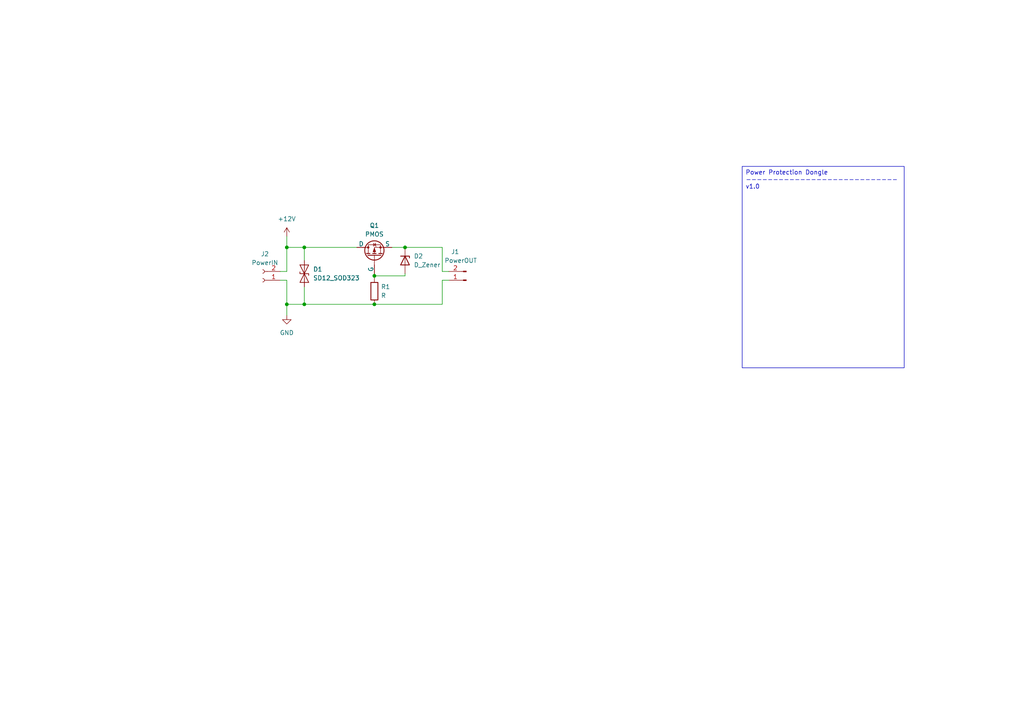
<source format=kicad_sch>
(kicad_sch (version 20230121) (generator eeschema)
  (paper "A4")
  (lib_symbols
    (symbol "Connector:Conn_01x02_Pin" (pin_names (offset 1.016) hide)
      (property "Reference" "J" (at 0 2.54 0))
      (property "Value" "Conn_01x02_Pin" (at 0 -5.08 0))
      (symbol "Conn_01x02_Pin_1_1"
        (polyline (pts (xy 1.27 -2.54) (xy 0.8636 -2.54)) (stroke (width 0.1524)))
        (polyline (pts (xy 1.27 0) (xy 0.8636 0)) (stroke (width 0.1524)))
        (rectangle (start 0.8636 -2.413) (end 0 -2.667) (stroke (width 0.1524)) (fill (type outline)))
        (rectangle (start 0.8636 0.127) (end 0 -0.127) (stroke (width 0.1524)) (fill (type outline)))
        (pin passive line (at 5.08 0 180) (length 3.81) (name "Pin_1") (number "1"))
        (pin passive line (at 5.08 -2.54 180) (length 3.81) (name "Pin_2") (number "2"))
      )
    )
    (symbol "Connector:Conn_01x02_Socket" (pin_names (offset 1.016) hide)
      (property "Reference" "J" (at 0 2.54 0))
      (property "Value" "Conn_01x02_Socket" (at 0 -5.08 0))
      (symbol "Conn_01x02_Socket_1_1"
        (arc (start 0 -2.032) (mid -0.5058 -2.54) (end 0 -3.048) (stroke (width 0.1524)))
        (polyline (pts (xy -1.27 -2.54) (xy -0.508 -2.54)) (stroke (width 0.1524)))
        (polyline (pts (xy -1.27 0) (xy -0.508 0)) (stroke (width 0.1524)))
        (arc (start 0 0.508) (mid -0.5058 0) (end 0 -0.508) (stroke (width 0.1524)))
        (pin passive line (at -5.08 0 0) (length 3.81) (name "Pin_1") (number "1"))
        (pin passive line (at -5.08 -2.54 0) (length 3.81) (name "Pin_2") (number "2"))
      )
    )
    (symbol "Device:D_Zener" (pin_numbers hide) (pin_names (offset 1.016) hide)
      (property "Reference" "D" (at 0 2.54 0))
      (property "Value" "D_Zener" (at 0 -2.54 0))
      (symbol "D_Zener_0_1"
        (polyline (pts (xy 1.27 0) (xy -1.27 0)))
        (polyline (pts (xy -1.27 -1.27) (xy -1.27 1.27) (xy -0.762 1.27)) (stroke (width 0.254)))
        (polyline (pts (xy 1.27 -1.27) (xy 1.27 1.27) (xy -1.27 0) (xy 1.27 -1.27)) (stroke (width 0.254)))
      )
      (symbol "D_Zener_1_1"
        (pin passive line (at -3.81 0 0) (length 2.54) (name "K") (number "1"))
        (pin passive line (at 3.81 0 180) (length 2.54) (name "A") (number "2"))
      )
    )
    (symbol "Device:R" (pin_numbers hide) (pin_names (offset 0))
      (property "Reference" "R" (at 2.032 0 90))
      (property "Value" "R" (at 0 0 90))
      (symbol "R_0_1"
        (rectangle (start -1.016 -2.54) (end 1.016 2.54) (stroke (width 0.254)))
      )
      (symbol "R_1_1"
        (pin passive line (at 0 3.81 270) (length 1.27) (name "~") (number "1"))
        (pin passive line (at 0 -3.81 90) (length 1.27) (name "~") (number "2"))
      )
    )
    (symbol "Diode:SD12_SOD323" (pin_numbers hide) (pin_names (offset 1.016) hide)
      (property "Reference" "D" (at 0 2.54 0))
      (property "Value" "SD12_SOD323" (at 0 -2.54 0))
      (symbol "SD12_SOD323_0_1"
        (polyline (pts (xy 1.27 0) (xy -1.27 0)))
        (polyline (pts (xy -2.54 -1.27) (xy 0 0) (xy -2.54 1.27) (xy -2.54 -1.27)) (stroke (width 0.2032)))
        (polyline (pts (xy 0.508 1.27) (xy 0 1.27) (xy 0 -1.27) (xy -0.508 -1.27)) (stroke (width 0.2032)))
        (polyline (pts (xy 2.54 1.27) (xy 2.54 -1.27) (xy 0 0) (xy 2.54 1.27)) (stroke (width 0.2032)))
      )
      (symbol "SD12_SOD323_1_1"
        (pin passive line (at -3.81 0 0) (length 2.54) (name "A1") (number "1"))
        (pin passive line (at 3.81 0 180) (length 2.54) (name "A2") (number "2"))
      )
    )
    (symbol "Simulation_SPICE:PMOS" (pin_numbers hide) (pin_names (offset 0))
      (property "Reference" "Q" (at 5.08 1.27 0))
      (property "Value" "PMOS" (at 5.08 -1.27 0))
      (symbol "PMOS_0_1"
        (polyline (pts (xy 0.254 0) (xy -2.54 0)))
        (polyline (pts (xy 0.254 1.905) (xy 0.254 -1.905)) (stroke (width 0.254)))
        (polyline (pts (xy 0.762 -1.27) (xy 0.762 -2.286)) (stroke (width 0.254)))
        (polyline (pts (xy 0.762 0.508) (xy 0.762 -0.508)) (stroke (width 0.254)))
        (polyline (pts (xy 0.762 2.286) (xy 0.762 1.27)) (stroke (width 0.254)))
        (polyline (pts (xy 2.54 2.54) (xy 2.54 1.778)))
        (polyline (pts (xy 2.54 -2.54) (xy 2.54 0) (xy 0.762 0)))
        (polyline (pts (xy 0.762 1.778) (xy 3.302 1.778) (xy 3.302 -1.778) (xy 0.762 -1.778)))
        (polyline (pts (xy 2.286 0) (xy 1.27 0.381) (xy 1.27 -0.381) (xy 2.286 0)) (fill (type outline)))
        (polyline (pts (xy 2.794 -0.508) (xy 2.921 -0.381) (xy 3.683 -0.381) (xy 3.81 -0.254)))
        (polyline (pts (xy 3.302 -0.381) (xy 2.921 0.254) (xy 3.683 0.254) (xy 3.302 -0.381)))
        (circle (center 1.651 0) (radius 2.794) (stroke (width 0.254)))
        (circle (center 2.54 -1.778) (radius 0.254) (fill (type outline)))
        (circle (center 2.54 1.778) (radius 0.254) (fill (type outline)))
      )
      (symbol "PMOS_1_1"
        (pin passive line (at 2.54 5.08 270) (length 2.54) (name "D") (number "1"))
        (pin input line (at -5.08 0 0) (length 2.54) (name "G") (number "2"))
        (pin passive line (at 2.54 -5.08 90) (length 2.54) (name "S") (number "3"))
      )
    )
    (symbol "power:+12V" (power) (pin_names (offset 0))
      (property "Value" "+12V" (at 0 3.556 0))
      (symbol "+12V_0_1"
        (polyline (pts (xy -0.762 1.27) (xy 0 2.54)))
        (polyline (pts (xy 0 0) (xy 0 2.54)))
        (polyline (pts (xy 0 2.54) (xy 0.762 1.27)))
      )
      (symbol "+12V_1_1"
        (pin power_in line (at 0 0 90) (length 0) hide (name "+12V") (number "1"))
      )
    )
    (symbol "power:GND" (power) (pin_names (offset 0))
      (property "Value" "GND" (at 0 -3.81 0))
      (symbol "GND_0_1"
        (polyline (pts (xy 0 0) (xy 0 -1.27) (xy 1.27 -1.27) (xy 0 -2.54) (xy -1.27 -1.27) (xy 0 -1.27)))
      )
      (symbol "GND_1_1"
        (pin power_in line (at 0 0 270) (length 0) hide (name "GND") (number "1"))
      )
    )
  )
  (junction (at 108.585 88.265))
  (junction (at 83.185 71.755))
  (junction (at 88.265 88.265))
  (junction (at 88.265 71.755))
  (junction (at 108.585 80.01))
  (junction (at 117.475 71.755))
  (junction (at 83.185 88.265))
  (wire (pts (xy 83.185 81.28) (xy 83.185 88.265)))
  (wire (pts (xy 83.185 71.755) (xy 88.265 71.755)))
  (wire (pts (xy 83.185 68.58) (xy 83.185 71.755)))
  (wire (pts (xy 88.265 83.185) (xy 88.265 88.265)))
  (wire (pts (xy 108.585 80.01) (xy 108.585 79.375)))
  (wire (pts (xy 130.175 81.28) (xy 128.27 81.28)))
  (wire (pts (xy 117.475 71.755) (xy 128.27 71.755)))
  (wire (pts (xy 83.185 78.74) (xy 83.185 71.755)))
  (wire (pts (xy 88.265 88.265) (xy 108.585 88.265)))
  (wire (pts (xy 81.28 81.28) (xy 83.185 81.28)))
  (wire (pts (xy 128.27 81.28) (xy 128.27 88.265)))
  (wire (pts (xy 113.665 71.755) (xy 117.475 71.755)))
  (wire (pts (xy 128.27 78.74) (xy 130.175 78.74)))
  (wire (pts (xy 108.585 80.645) (xy 108.585 80.01)))
  (wire (pts (xy 83.185 88.265) (xy 88.265 88.265)))
  (wire (pts (xy 83.185 88.265) (xy 83.185 91.44)))
  (wire (pts (xy 117.475 80.01) (xy 117.475 79.375)))
  (wire (pts (xy 108.585 88.265) (xy 128.27 88.265)))
  (wire (pts (xy 81.28 78.74) (xy 83.185 78.74)))
  (wire (pts (xy 88.265 71.755) (xy 103.505 71.755)))
  (wire (pts (xy 88.265 75.565) (xy 88.265 71.755)))
  (wire (pts (xy 128.27 71.755) (xy 128.27 78.74)))
  (wire (pts (xy 108.585 80.01) (xy 117.475 80.01)))
  (text_box "Power Protection Dongle\n----------------------------\nv1.0\n" (at 215.265 48.26 0) (size 46.99 58.42) (effects (font (size 1.27 1.27)) (justify left top)))
  (symbol (lib_id "Simulation_SPICE:PMOS") (at 108.585 74.295 90) (unit 1)
    (property "Reference" "Q1" (at 108.585 65.405 90))
    (property "Value" "PMOS" (at 108.585 67.945 90))
    (property "Datasheet" "https://ngspice.sourceforge.io/docs/ngspice-manual.pdf" (effects hide))
    (property "Sim.Device" "PMOS" (effects hide))
    (property "Sim.Type" "VDMOS" (effects hide))
    (property "Sim.Pins" "1=D 2=G 3=S" (effects hide))
  )
  (symbol (lib_id "power:GND") (at 83.185 91.44 0) (unit 1)
    (property "Reference" "#PWR02" (effects hide))
    (property "Value" "GND" (at 83.185 96.52 0))
  )
  (symbol (lib_id "Device:R") (at 108.585 84.455 0) (unit 1)
    (property "Reference" "R1" (at 110.49 83.185 0) (effects (justify left)))
    (property "Value" "R" (at 110.49 85.725 0) (effects (justify left)))
  )
  (symbol (lib_id "Connector:Conn_01x02_Pin") (at 135.255 81.28 180) (unit 1)
    (property "Reference" "J1" (at 130.81 73.025 0) (effects (justify right)))
    (property "Value" "PowerOUT" (at 128.905 75.565 0) (effects (justify right)))
    (property "Footprint" "UTSVT_Connectors:Molex_MicroFit3.0_1x2xP3.00mm_PolarizingPeg_Vertical" (effects hide))
  )
  (symbol (lib_id "power:+12V") (at 83.185 68.58 0) (unit 1)
    (property "Reference" "#PWR01" (effects hide))
    (property "Value" "+12V" (at 83.185 63.5 0))
  )
  (symbol (lib_id "Diode:SD12_SOD323") (at 88.265 79.375 270) (unit 1)
    (property "Reference" "D1" (at 90.805 78.105 90) (effects (justify left)))
    (property "Value" "SD12_SOD323" (at 90.805 80.645 90) (effects (justify left)))
    (property "Footprint" "Diode_SMD:D_SOD-323" (effects hide))
    (property "Datasheet" "https://www.littelfuse.com/~/media/electronics/datasheets/tvs_diode_arrays/littelfuse_tvs_diode_array_sd_c_datasheet.pdf.pdf" (effects hide))
  )
  (symbol (lib_id "Connector:Conn_01x02_Socket") (at 76.2 81.28 180) (unit 1)
    (property "Reference" "J2" (at 76.835 73.66 0))
    (property "Value" "PowerIN" (at 76.835 76.2 0))
    (property "Footprint" "UTSVT_Connectors:Molex_MicroFit3.0_1x2xP3.00mm_PolarizingPeg_Vertical" (effects hide))
  )
  (symbol (lib_id "Device:D_Zener") (at 117.475 75.565 270) (unit 1)
    (property "Reference" "D2" (at 120.015 74.295 90) (effects (justify left)))
    (property "Value" "D_Zener" (at 120.015 76.835 90) (effects (justify left)))
  )
)
</source>
